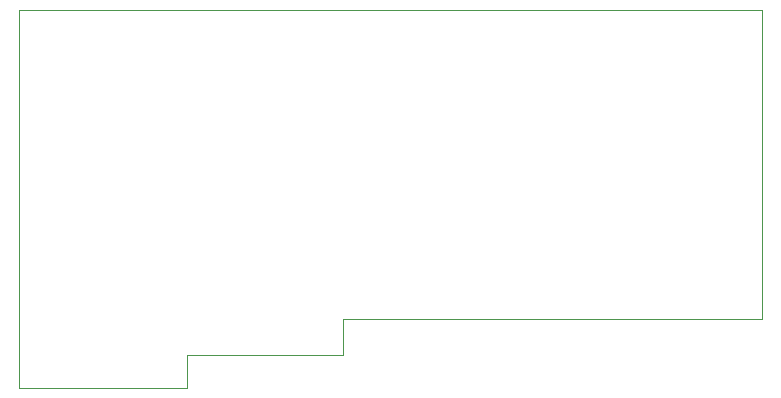
<source format=gbr>
%TF.GenerationSoftware,KiCad,Pcbnew,(6.0.4-0)*%
%TF.CreationDate,2022-03-21T10:12:57+01:00*%
%TF.ProjectId,IrDA_RS232,49724441-5f52-4533-9233-322e6b696361,rev?*%
%TF.SameCoordinates,Original*%
%TF.FileFunction,Profile,NP*%
%FSLAX46Y46*%
G04 Gerber Fmt 4.6, Leading zero omitted, Abs format (unit mm)*
G04 Created by KiCad (PCBNEW (6.0.4-0)) date 2022-03-21 10:12:57*
%MOMM*%
%LPD*%
G01*
G04 APERTURE LIST*
%TA.AperFunction,Profile*%
%ADD10C,0.100000*%
%TD*%
G04 APERTURE END LIST*
D10*
X31496000Y-72136000D02*
X44704000Y-72136000D01*
X44704000Y-72136000D02*
X44704000Y-69088000D01*
X31496000Y-74930000D02*
X17272000Y-74930000D01*
X17272000Y-74930000D02*
X17272000Y-42926000D01*
X17272000Y-42926000D02*
X80137000Y-42926000D01*
X44704000Y-69088000D02*
X80137000Y-69088000D01*
X80137000Y-42926000D02*
X80137000Y-69088000D01*
X31496000Y-74930000D02*
X31496000Y-72136000D01*
M02*

</source>
